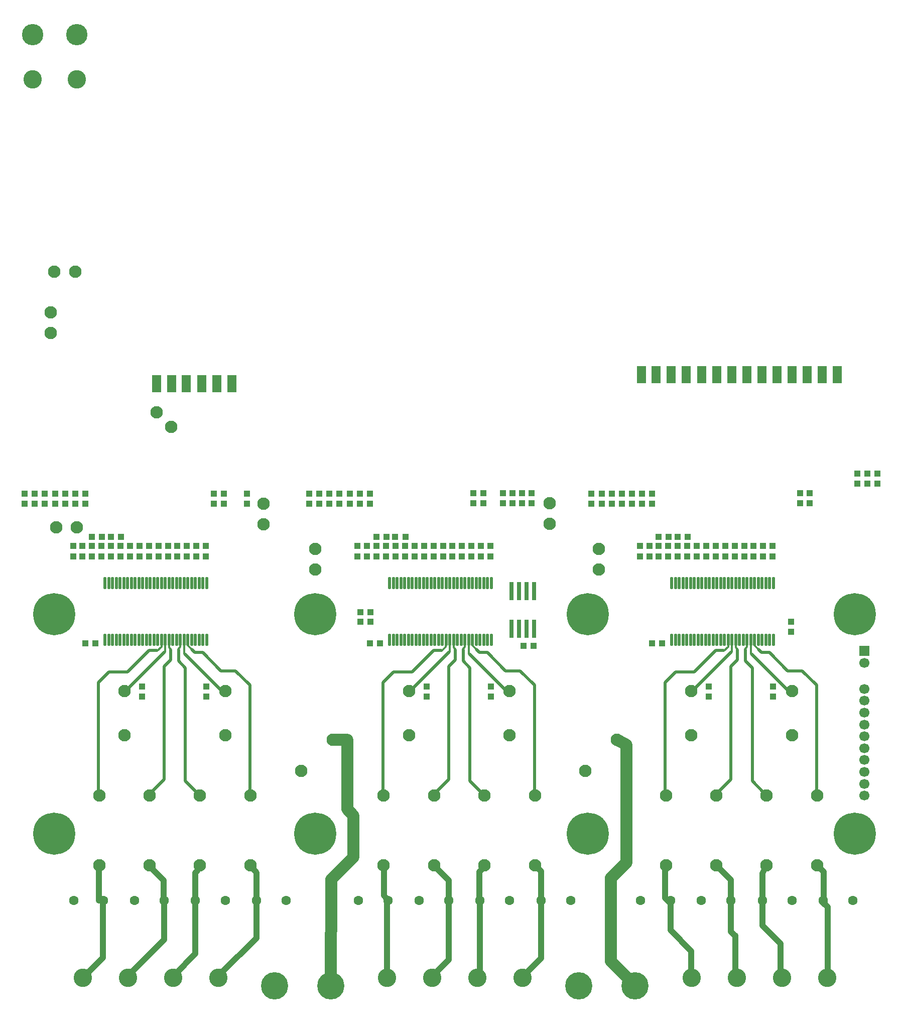
<source format=gbr>
G04 DipTrace 4.1.2.0*
G04 2_Layer_Bottom_Mask.gbr*
%MOIN*%
G04 #@! TF.FileFunction,Soldermask,Bot*
G04 #@! TF.Part,Single*
%AMOUTLINE1*
4,1,28,
-0.012532,0.021653,
0.01253,0.021654,
0.01429,0.021422,
0.016051,0.020693,
0.017563,0.019533,
0.018723,0.018021,
0.019453,0.01626,
0.019684,0.0145,
0.019686,-0.014498,
0.019454,-0.016259,
0.018725,-0.018019,
0.017565,-0.019532,
0.016053,-0.020692,
0.014292,-0.021421,
0.012532,-0.021653,
-0.01253,-0.021654,
-0.01429,-0.021422,
-0.016051,-0.020693,
-0.017563,-0.019533,
-0.018723,-0.018021,
-0.019453,-0.01626,
-0.019684,-0.0145,
-0.019686,0.014498,
-0.019454,0.016259,
-0.018725,0.018019,
-0.017565,0.019532,
-0.016053,0.020692,
-0.014292,0.021421,
-0.012532,0.021653,
0*%
%AMOUTLINE4*
4,1,28,
0.021653,0.012531,
0.021654,-0.01253,
0.021422,-0.01429,
0.020693,-0.016051,
0.019533,-0.017563,
0.018021,-0.018723,
0.01626,-0.019453,
0.0145,-0.019684,
-0.014498,-0.019686,
-0.016259,-0.019454,
-0.01802,-0.018725,
-0.019532,-0.017565,
-0.020692,-0.016053,
-0.021421,-0.014292,
-0.021653,-0.012531,
-0.021654,0.01253,
-0.021422,0.01429,
-0.020693,0.016051,
-0.019533,0.017563,
-0.018021,0.018723,
-0.01626,0.019453,
-0.0145,0.019684,
0.014498,0.019686,
0.016259,0.019454,
0.01802,0.018725,
0.019532,0.017565,
0.020692,0.016053,
0.021421,0.014292,
0.021653,0.012531,
0*%
%AMOUTLINE7*
4,1,28,
-0.021653,-0.012532,
-0.021654,0.012529,
-0.021423,0.01429,
-0.020693,0.016051,
-0.019533,0.017563,
-0.018021,0.018723,
-0.016261,0.019452,
-0.0145,0.019684,
0.014498,0.019686,
0.016258,0.019454,
0.018019,0.018725,
0.019531,0.017565,
0.020691,0.016053,
0.021421,0.014292,
0.021653,0.012532,
0.021654,-0.012529,
0.021423,-0.01429,
0.020693,-0.016051,
0.019533,-0.017563,
0.018021,-0.018723,
0.016261,-0.019452,
0.0145,-0.019684,
-0.014498,-0.019686,
-0.016258,-0.019454,
-0.018019,-0.018725,
-0.019531,-0.017565,
-0.020691,-0.016053,
-0.021421,-0.014292,
-0.021653,-0.012532,
0*%
%AMOUTLINE28*
4,1,28,
0.004067,-0.03937,
-0.004065,-0.03937,
-0.005469,-0.039185,
-0.006897,-0.038594,
-0.008124,-0.037653,
-0.009065,-0.036426,
-0.009657,-0.034998,
-0.009842,-0.033594,
-0.009843,0.033593,
-0.009658,0.034997,
-0.009067,0.036426,
-0.008126,0.037652,
-0.006899,0.038593,
-0.005471,0.039185,
-0.004067,0.03937,
0.004065,0.03937,
0.005469,0.039185,
0.006897,0.038594,
0.008124,0.037653,
0.009065,0.036426,
0.009657,0.034998,
0.009842,0.033594,
0.009843,-0.033593,
0.009658,-0.034997,
0.009067,-0.036426,
0.008126,-0.037652,
0.006899,-0.038593,
0.005471,-0.039185,
0.004067,-0.03937,
0*%
%ADD19C,0.03937*%
%ADD20C,0.019685*%
%ADD26C,0.011811*%
%ADD28C,0.07874*%
%ADD49C,0.062992*%
%ADD58C,0.066929*%
%ADD63R,0.027559X0.122047*%
%ADD67C,0.279528*%
%ADD70R,0.062992X0.11811*%
%ADD72C,0.082677*%
%ADD77C,0.181102*%
%ADD79C,0.066929*%
%ADD81R,0.066929X0.066929*%
%ADD83C,0.122047*%
%ADD85C,0.141732*%
%ADD89C,0.082677*%
%ADD103OUTLINE1*%
%ADD106OUTLINE4*%
%ADD109OUTLINE7*%
%ADD130OUTLINE28*%
%FSLAX26Y26*%
G04*
G70*
G90*
G75*
G01*
G04 BotMask*
%LPD*%
D89*
X531496Y4515749D3*
X393701Y4515747D3*
X370079Y4110236D3*
Y4248031D3*
X1070868Y3582679D3*
X1168304Y3485243D3*
X3681102Y2980315D3*
X3681105Y2842520D3*
X1783464Y2976378D3*
X1783467Y2838583D3*
X543307Y2818898D3*
X405512Y2818895D3*
X2125984Y2539370D3*
Y2677165D3*
X4007874Y2539370D3*
Y2677165D3*
X858270Y1438976D3*
X858265Y1734252D3*
X1527564Y1438976D3*
X1527554Y1734252D3*
X2748034Y1438976D3*
X2748029Y1734252D3*
X3417328Y1438976D3*
X3417318Y1734252D3*
X4622050Y1438976D3*
X4622045Y1734252D3*
X5291343Y1438976D3*
X5291334Y1734252D3*
X2033400Y1202691D3*
X2242191Y1411482D3*
X3919226Y1202691D3*
X4128018Y1411482D3*
D49*
X720475Y342522D3*
X523625Y342518D3*
X925199Y342520D3*
X1122050D3*
X1330711D3*
X1527562D3*
X1933073Y342522D3*
X1736223Y342518D3*
X2610239Y342522D3*
X2413388Y342518D3*
X2814963Y342520D3*
X3011814D3*
X3220475D3*
X3417325D3*
X3822837Y342522D3*
X3625987Y342518D3*
X4484255Y342522D3*
X4287404Y342518D3*
X4688979Y342520D3*
X4885829D3*
X5094491D3*
X5291341D3*
X5696853Y342522D3*
X5500003Y342518D3*
D103*
X4598425Y2757874D3*
X4531496D3*
X4472441D3*
X4405512D3*
X2724409D3*
X2657480D3*
X2598425D3*
X2531496D3*
X834646D3*
X767717D3*
X708661D3*
X641732D3*
D106*
X5163386Y2627953D3*
Y2694882D3*
X5100394Y2627953D3*
Y2694882D3*
X4911417Y2627953D3*
Y2694882D3*
X4848425Y2627953D3*
Y2694882D3*
X4785433Y2627953D3*
Y2694882D3*
X4722441Y2627953D3*
Y2694882D3*
X4659449Y2627953D3*
Y2694882D3*
X3289370Y2627953D3*
Y2694882D3*
X3226378Y2627953D3*
Y2694882D3*
X3037402Y2627953D3*
Y2694882D3*
X2974409Y2627953D3*
Y2694882D3*
X2911417Y2627953D3*
Y2694882D3*
X2848425Y2627953D3*
Y2694882D3*
X2785433Y2627953D3*
Y2694882D3*
X1399606Y2627953D3*
Y2694882D3*
X1336614Y2627953D3*
Y2694882D3*
X1147638Y2627953D3*
Y2694882D3*
X1084646Y2627953D3*
Y2694882D3*
X1021654Y2627953D3*
Y2694882D3*
X958661Y2627953D3*
Y2694882D3*
X895669Y2627953D3*
Y2694882D3*
D103*
X4429134Y2051181D3*
X4362205D3*
X2555118D3*
X2488189D3*
X665354D3*
X598425D3*
X3574803Y2031496D3*
X3507874D3*
D106*
X5165355Y1696850D3*
X5165353Y1763780D3*
X4740157Y1696850D3*
Y1763780D3*
X3291339Y1696850D3*
X3291338Y1763780D3*
X2866142Y1696850D3*
Y1763780D3*
X1401576Y1696850D3*
X1401574Y1763780D3*
X976378Y1696850D3*
Y1763780D3*
D85*
X248031Y6088583D3*
D83*
Y5793307D3*
D85*
X543307Y6088583D3*
D83*
Y5793307D3*
D81*
X5771654Y2000000D3*
D79*
Y1921260D3*
D83*
X582677Y-169291D3*
X882677D3*
X1182677D3*
X1482677D3*
D77*
X1856299Y-224409D3*
X2230315D3*
D83*
X2602362Y-169291D3*
X2902362D3*
X3202362D3*
X3502362D3*
D77*
X3875984Y-224409D3*
X4250000D3*
D83*
X4625984Y-169291D3*
X4925984D3*
X5225984D3*
X5525984D3*
D72*
X690945Y1041339D3*
Y576772D3*
X1025591Y1041339D3*
Y576772D3*
X1360236Y1041339D3*
Y576772D3*
X1694882Y1041339D3*
Y576772D3*
X2580709Y1041339D3*
Y576772D3*
X2915354Y1041339D3*
Y576772D3*
X3250000Y1041339D3*
Y576772D3*
X3584646Y1041339D3*
Y576772D3*
X4454724Y1041339D3*
Y576772D3*
X4789370Y1041339D3*
Y576772D3*
X5124016Y1041339D3*
Y576772D3*
X5458661Y1041339D3*
Y576772D3*
D67*
X393701Y2244094D3*
X2125984D3*
X3937008D3*
X5708661D3*
X393701Y787402D3*
X2125984D3*
X3937008D3*
X5708661D3*
D70*
X5591339Y3834646D3*
X5491339D3*
X5391339D3*
X5291339D3*
X5191339D3*
X5091339D3*
X4991339D3*
X4891339D3*
X4791339D3*
X4692913D3*
X4590551D3*
X4488189D3*
X4389764D3*
X4291339D3*
X1572441Y3771654D3*
X1474016D3*
X1371654D3*
X1269291D3*
X1170866D3*
X1072441D3*
D106*
X3562992Y2980315D3*
X3562990Y3047244D3*
X3500000Y2980315D3*
X3499998Y3047244D3*
X3437007Y2980315D3*
X3437006Y3047244D3*
X3374015Y2980315D3*
X3374014Y3047244D3*
X3244094Y2980315D3*
X3244092Y3047244D3*
X3177165Y2980315D3*
X3177163Y3047244D3*
X4362204Y2976378D3*
X4362203Y3043307D3*
X4295275Y2976378D3*
X4295273Y3043307D3*
X4228346Y2976378D3*
X4228344Y3043307D3*
X4161417Y2976378D3*
X4161415Y3043307D3*
X4094488Y2976378D3*
X4094486Y3043307D3*
X4027559Y2976378D3*
X4027557Y3043307D3*
X3960629Y2976378D3*
X3960628Y3043307D3*
X2488189Y2976378D3*
X2488187Y3043307D3*
X2421259Y2976378D3*
X2421258Y3043307D3*
X2354330Y2976378D3*
X2354329Y3043307D3*
X2287401Y2976378D3*
X2287399Y3043307D3*
X2220472Y2976378D3*
X2220470Y3043307D3*
X2153543Y2976378D3*
X2153541Y3043307D3*
X2086614Y2976378D3*
X2086612Y3043307D3*
X1673228Y2976378D3*
X1673226Y3043307D3*
X1519685Y2976378D3*
X1519683Y3043307D3*
X1452755Y2976378D3*
X1452754Y3043307D3*
X598425Y2976378D3*
X598423Y3043307D3*
X531496Y2976378D3*
X531494Y3043307D3*
X464566Y2976378D3*
X464565Y3043307D3*
X397637Y2976378D3*
X397636Y3043307D3*
X330708Y2976378D3*
X330706Y3043307D3*
X263779Y2976378D3*
X263777Y3043307D3*
X196850Y2976378D3*
X196848Y3043307D3*
X5037402Y2627953D3*
Y2694882D3*
X4974409Y2627953D3*
Y2694882D3*
X4596457Y2627953D3*
Y2694882D3*
X4533465Y2627953D3*
Y2694882D3*
X4470472Y2627953D3*
Y2694882D3*
X4407480Y2627953D3*
Y2694882D3*
X4344488Y2627953D3*
Y2694882D3*
X4281496Y2627953D3*
Y2694882D3*
X3163386Y2627953D3*
Y2694882D3*
X3100394Y2627953D3*
Y2694882D3*
X2722441Y2627953D3*
Y2694882D3*
X2659449Y2627953D3*
Y2694882D3*
X2596457Y2627953D3*
Y2694882D3*
X2533465Y2627953D3*
Y2694882D3*
X2470472Y2627953D3*
Y2694882D3*
X2407480Y2627953D3*
Y2694882D3*
X1273622Y2627953D3*
Y2694882D3*
X1210630Y2627953D3*
Y2694882D3*
X832677Y2627953D3*
Y2694882D3*
X769685Y2627953D3*
Y2694882D3*
X706693Y2627953D3*
Y2694882D3*
X643701Y2627953D3*
Y2694882D3*
X580709Y2627953D3*
Y2694882D3*
X517717Y2627953D3*
Y2694882D3*
X5409449Y2978346D3*
X5409447Y3045276D3*
X5344488Y2978346D3*
X5344486Y3045276D3*
D103*
X2494094Y2255906D3*
X2427165D3*
X2494094Y2192913D3*
X2427165D3*
D106*
X5287401Y2125984D3*
X5287399Y2192913D3*
D109*
X5726377Y3177165D3*
X5726379Y3110236D3*
X5793306Y3177165D3*
X5793308Y3110236D3*
X5860236Y3177165D3*
X5860237Y3110236D3*
D130*
X729921Y2448818D3*
X779921Y2448819D3*
X804921Y2448820D3*
X829921Y2448821D3*
X854921D3*
X879921Y2448822D3*
X904921D3*
X929921Y2448823D3*
X954921D3*
X979921Y2448824D3*
X1004921D3*
X1029921Y2448825D3*
X1054921Y2448826D3*
X1079921D3*
X1129921Y2448827D3*
X1154921Y2448828D3*
X1179921D3*
X754921Y2448819D3*
X1204921Y2448829D3*
X1229921D3*
X1254921Y2448830D3*
X1279921Y2448831D3*
X1304921D3*
X1329921Y2448832D3*
X1354921D3*
X1379921Y2448833D3*
X1404921D3*
X1104921Y2448827D3*
X729929Y2074803D3*
X754929D3*
X779929Y2074804D3*
X804929D3*
X829929Y2074805D3*
X854929D3*
X879929Y2074806D3*
X904929D3*
X929929Y2074807D3*
X954929Y2074808D3*
X979929D3*
X1004929Y2074809D3*
X1029929D3*
X1054929Y2074810D3*
X1079929D3*
X1129929Y2074811D3*
X1154929Y2074812D3*
X1179929Y2074813D3*
X1204929D3*
X1229929Y2074814D3*
X1254929D3*
X1279929Y2074815D3*
X1304929D3*
X1329929Y2074816D3*
X1354929D3*
X1379929Y2074817D3*
X1404929Y2074818D3*
X1104929Y2074811D3*
X2619978Y2448818D3*
X2669978Y2448819D3*
X2694978Y2448820D3*
X2719978Y2448821D3*
X2744978D3*
X2769978Y2448822D3*
X2794978D3*
X2819978Y2448823D3*
X2844978D3*
X2869978Y2448824D3*
X2894978D3*
X2919978Y2448825D3*
X2944978Y2448826D3*
X2969978D3*
X3019978Y2448827D3*
X3044978Y2448828D3*
X3069978D3*
X2644978Y2448819D3*
X3094978Y2448829D3*
X3119978D3*
X3144978Y2448830D3*
X3169978Y2448831D3*
X3194978D3*
X3219978Y2448832D3*
X3244978D3*
X3269978Y2448833D3*
X3294978D3*
X2994978Y2448827D3*
X2619986Y2074803D3*
X2644986D3*
X2669986Y2074804D3*
X2694986D3*
X2719986Y2074805D3*
X2744986D3*
X2769986Y2074806D3*
X2794986D3*
X2819986Y2074807D3*
X2844986Y2074808D3*
X2869986D3*
X2894986Y2074809D3*
X2919986D3*
X2944986Y2074810D3*
X2969986D3*
X3019986Y2074811D3*
X3044986Y2074812D3*
X3069986Y2074813D3*
X3094986D3*
X3119986Y2074814D3*
X3144986D3*
X3169986Y2074815D3*
X3194986D3*
X3219986Y2074816D3*
X3244986D3*
X3269986Y2074817D3*
X3294986Y2074818D3*
X2994986Y2074811D3*
X4493993Y2448812D3*
X4543993Y2448813D3*
X4568993D3*
X4593993Y2448814D3*
X4618993Y2448815D3*
X4643993D3*
X4668993Y2448816D3*
X4693993D3*
X4718993Y2448817D3*
X4743993D3*
X4768993Y2448818D3*
X4793993D3*
X4818993Y2448819D3*
X4843993Y2448820D3*
X4893993Y2448821D3*
X4918993D3*
X4943993Y2448822D3*
X4518993Y2448812D3*
X4968993Y2448822D3*
X4993993Y2448823D3*
X5018993D3*
X5043993Y2448824D3*
X5068993D3*
X5093993Y2448825D3*
X5118993Y2448826D3*
X5143993D3*
X5168993Y2448827D3*
X4868993Y2448820D3*
X4494001Y2074796D3*
X4519001Y2074797D3*
X4544001D3*
X4569001Y2074798D3*
X4594001D3*
X4619001Y2074799D3*
X4644001D3*
X4669001Y2074800D3*
X4694001D3*
X4719001Y2074801D3*
X4744001Y2074802D3*
X4769001D3*
X4794001Y2074803D3*
X4819001D3*
X4844001Y2074804D3*
X4894001Y2074805D3*
X4919001D3*
X4944001Y2074806D3*
X4969001Y2074807D3*
X4994001D3*
X5019001Y2074808D3*
X5044001D3*
X5069001Y2074809D3*
X5094001D3*
X5119001Y2074810D3*
X5144001D3*
X5169001Y2074811D3*
X4869001Y2074804D3*
D63*
X3578740Y2145669D3*
X3528740D3*
X3478740D3*
X3428740D3*
Y2397638D3*
X3478740D3*
X3528740D3*
X3578740D3*
D79*
X5771654Y1196358D3*
D58*
Y1747539D3*
D79*
Y1668799D3*
Y1590059D3*
Y1511319D3*
Y1432579D3*
Y1353839D3*
Y1275098D3*
Y1117618D3*
Y1038878D3*
X2994094Y2027559D2*
D26*
Y2043307D1*
Y2027559D2*
X2966535Y2000000D1*
X3019685Y2047244D2*
Y1996063D1*
X3015748Y1994094D2*
D20*
X2771654Y1750000D1*
X3045276Y2047244D2*
D26*
Y2021654D1*
X3055118Y2005906D2*
D20*
Y1938976D1*
X3011811Y1895669D1*
Y1145669D1*
X2929134Y1062992D2*
X3011811Y1145669D1*
X2962598Y2001969D2*
X2911417D1*
X2769685Y1860236D1*
X2645669D1*
X2576772Y1791339D2*
Y1070866D1*
X2645669Y1860236D2*
X2576772Y1791339D1*
X3045276Y2021654D2*
D26*
X3059055Y2007874D1*
X3169291Y2047244D2*
Y2037402D1*
Y2035433D2*
X3194882Y2009843D1*
X3145669Y2045276D2*
Y1980315D1*
X3120079Y2043307D2*
Y2027559D1*
Y2025591D2*
X3104331Y2009843D1*
X3108268Y2007874D2*
D20*
Y1933071D1*
X3153543Y1887795D1*
Y1135827D1*
X3232283Y1057087D1*
X3149606Y1980315D2*
X3385827Y1744094D1*
X3216535Y1988189D2*
X3194882Y2009843D1*
X3216535Y1988189D2*
X3267717D1*
X3387795Y1868110D1*
X3486220D1*
X3582677Y1068898D2*
Y1771654D1*
X3486220Y1868110D2*
X3582677Y1771654D1*
X2602362Y-129921D2*
D19*
Y322835D1*
X1104331Y2027559D2*
D26*
Y2043307D1*
Y2027559D2*
X1076772Y2000000D1*
X1129921Y2047244D2*
Y1996063D1*
X1125984Y1994094D2*
D20*
X881890Y1750000D1*
X1155512Y2047244D2*
D26*
Y2021654D1*
X1165354Y2005906D2*
D20*
Y1938976D1*
X1122047Y1895669D1*
Y1145669D1*
X1039370Y1062992D2*
X1122047Y1145669D1*
X1072835Y2001969D2*
X1021654D1*
X879921Y1860236D1*
X755906D1*
X687008Y1791339D2*
Y1070866D1*
X755906Y1860236D2*
X687008Y1791339D1*
X1155512Y2021654D2*
D26*
X1169291Y2007874D1*
X1279528Y2047244D2*
Y2037402D1*
Y2035433D2*
X1305118Y2009843D1*
X1255906Y2045276D2*
Y1980315D1*
X1230315Y2043307D2*
Y2027559D1*
Y2025591D2*
X1214567Y2009843D1*
X1218504Y2007874D2*
D20*
Y1933071D1*
X1263780Y1887795D1*
Y1135827D1*
X1342520Y1057087D1*
X1259843Y1980315D2*
X1496063Y1744094D1*
X1326772Y1988189D2*
X1305118Y2009843D1*
X1326772Y1988189D2*
X1377953D1*
X1498031Y1868110D1*
X1596457D1*
X1692913Y1068898D2*
Y1771654D1*
X1596457Y1868110D2*
X1692913Y1771654D1*
X688976Y551181D2*
D19*
Y342520D1*
X1027559Y566929D2*
X1118110Y476378D1*
X1330711Y355315D2*
X1330709Y527559D1*
X1360236Y559055D1*
X1330709Y338583D2*
Y-11811D1*
X1192913Y-149606D2*
X1330709Y-11811D1*
X4868110Y2027559D2*
D26*
Y2043307D1*
Y2027559D2*
X4840551Y2000000D1*
X4893701Y2047244D2*
Y1996063D1*
X4889764Y1994094D2*
D20*
X4645669Y1750000D1*
X4919291Y2047244D2*
D26*
Y2021654D1*
X4929134Y2005906D2*
D20*
Y1938976D1*
X4885827Y1895669D1*
Y1145669D1*
X4803150Y1062992D2*
X4885827Y1145669D1*
X4836614Y2001969D2*
X4785433D1*
X4643701Y1860236D1*
X4519685D1*
X4450787Y1791339D2*
Y1070866D1*
X4519685Y1860236D2*
X4450787Y1791339D1*
X4919291Y2021654D2*
D26*
X4933071Y2007874D1*
X5043307Y2047244D2*
Y2037402D1*
Y2035433D2*
X5068898Y2009843D1*
X5019685Y2045276D2*
Y1980315D1*
X4994094Y2043307D2*
Y2027559D1*
Y2025591D2*
X4978346Y2009843D1*
X4982283Y2007874D2*
D20*
Y1933071D1*
X5027559Y1887795D1*
Y1135827D1*
X5106299Y1057087D1*
X5023622Y1980315D2*
X5259843Y1744094D1*
X5090551Y1988189D2*
X5068898Y2009843D1*
X5090551Y1988189D2*
X5141732D1*
X5261811Y1868110D1*
X5360236D1*
X5456693Y1068898D2*
Y1771654D1*
X5360236Y1868110D2*
X5456693Y1771654D1*
X2377953Y637795D2*
D28*
Y905512D1*
X606299Y-145669D2*
D19*
X716535Y-35433D1*
Y322835D1*
X1118110Y354331D2*
Y476378D1*
X1122050Y329724D2*
X1122047Y82677D1*
X905512Y-133858D1*
X1736223Y355312D2*
X1736220Y527559D1*
X1692913Y570866D2*
X1732283Y531496D1*
X1736220Y334646D2*
Y94488D1*
X1500000Y-141732D2*
X1736220Y94488D1*
X2582677Y377953D2*
Y547244D1*
X2610239Y342522D2*
X2582677Y377953D1*
X2929134Y559055D2*
X3011811Y476378D1*
Y346457D1*
X3011814Y342520D2*
X3011811Y-51181D1*
X2909449Y-153543D1*
X3216535Y350394D2*
Y531496D1*
X3255906Y570866D1*
X3220475Y342520D2*
X3220472Y-125984D1*
X3625987Y342517D2*
X3625984Y535433D1*
X3584646Y576772D1*
X3625987Y342517D2*
X3625984Y-39370D1*
X3519685Y-145669D1*
X4448819Y358268D2*
Y547244D1*
X4484252Y322835D2*
X4448819Y358268D1*
X4484252Y322835D2*
Y145669D1*
X4622047Y7874D1*
Y-125984D1*
X4803150Y562992D2*
X4885827Y480315D1*
Y350394D1*
X4885829Y342520D2*
X4885827Y137795D1*
X4913386Y110236D1*
X4917323D2*
Y-122047D1*
X5094488Y366142D2*
Y523622D1*
X5124016Y576772D1*
X5094488Y366142D2*
Y177165D1*
X5216535Y55118D1*
Y-129921D1*
X5458661Y576772D2*
X5503937Y531496D1*
Y354331D1*
X5527559Y-129921D2*
Y299213D1*
X5496063Y330709D1*
X4090551Y-59055D2*
D28*
X4220472Y-188976D1*
X4090551Y-59055D2*
Y492126D1*
X4192913Y594488D1*
Y1377953D1*
X2230315Y-224409D2*
X2232283Y484252D1*
X2377953Y629921D1*
X2338583Y948819D2*
Y1409449D1*
X2242192Y1411483D1*
X4192913Y1377953D2*
X4128018Y1411483D1*
X2374016Y913386D2*
X2338583Y948819D1*
M02*

</source>
